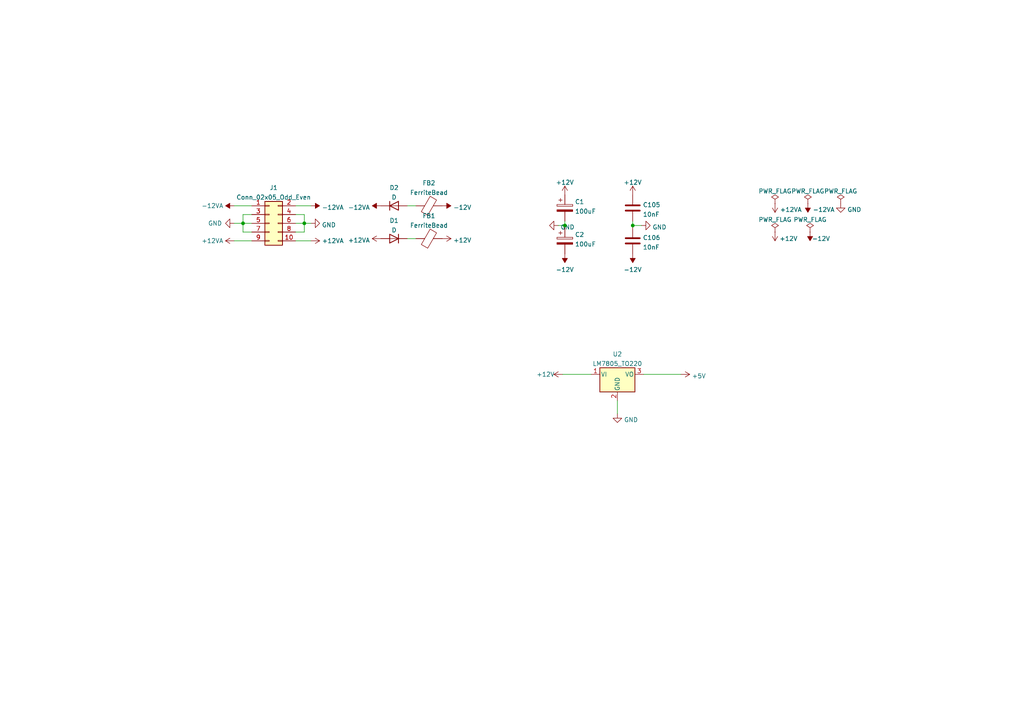
<source format=kicad_sch>
(kicad_sch (version 20211123) (generator eeschema)
  (paper "A4")
  (lib_symbols
    (symbol "Connector_Generic:Conn_02x05_Odd_Even" (pin_names (offset 1.016) hide)
      (property "Reference" "J" (at 1.27 7.62 0))
      (property "Value" "Conn_02x05_Odd_Even" (at 1.27 -7.62 0))
      (symbol "Conn_02x05_Odd_Even_1_1"
        (rectangle (start -1.27 -4.953) (end 0 -5.207) (stroke (width 0.1524)))
        (rectangle (start -1.27 -2.413) (end 0 -2.667) (stroke (width 0.1524)))
        (rectangle (start -1.27 0.127) (end 0 -0.127) (stroke (width 0.1524)))
        (rectangle (start -1.27 2.667) (end 0 2.413) (stroke (width 0.1524)))
        (rectangle (start -1.27 5.207) (end 0 4.953) (stroke (width 0.1524)))
        (rectangle (start -1.27 6.35) (end 3.81 -6.35) (stroke (width 0.254)) (fill (type background)))
        (rectangle (start 3.81 -4.953) (end 2.54 -5.207) (stroke (width 0.1524)))
        (rectangle (start 3.81 -2.413) (end 2.54 -2.667) (stroke (width 0.1524)))
        (rectangle (start 3.81 0.127) (end 2.54 -0.127) (stroke (width 0.1524)))
        (rectangle (start 3.81 2.667) (end 2.54 2.413) (stroke (width 0.1524)))
        (rectangle (start 3.81 5.207) (end 2.54 4.953) (stroke (width 0.1524)))
        (pin passive line (at -5.08 5.08 0) (length 3.81) (name "Pin_1") (number "1"))
        (pin passive line (at 7.62 -5.08 180) (length 3.81) (name "Pin_10") (number "10"))
        (pin passive line (at 7.62 5.08 180) (length 3.81) (name "Pin_2") (number "2"))
        (pin passive line (at -5.08 2.54 0) (length 3.81) (name "Pin_3") (number "3"))
        (pin passive line (at 7.62 2.54 180) (length 3.81) (name "Pin_4") (number "4"))
        (pin passive line (at -5.08 0 0) (length 3.81) (name "Pin_5") (number "5"))
        (pin passive line (at 7.62 0 180) (length 3.81) (name "Pin_6") (number "6"))
        (pin passive line (at -5.08 -2.54 0) (length 3.81) (name "Pin_7") (number "7"))
        (pin passive line (at 7.62 -2.54 180) (length 3.81) (name "Pin_8") (number "8"))
        (pin passive line (at -5.08 -5.08 0) (length 3.81) (name "Pin_9") (number "9"))
      )
    )
    (symbol "Device:C" (pin_numbers hide) (pin_names (offset 0.254))
      (property "Reference" "C" (at 0.635 2.54 0))
      (property "Value" "C" (at 0.635 -2.54 0))
      (symbol "C_0_1"
        (polyline (pts (xy -2.032 -0.762) (xy 2.032 -0.762)) (stroke (width 0.508)))
        (polyline (pts (xy -2.032 0.762) (xy 2.032 0.762)) (stroke (width 0.508)))
      )
      (symbol "C_1_1"
        (pin passive line (at 0 3.81 270) (length 2.794) (name "~") (number "1"))
        (pin passive line (at 0 -3.81 90) (length 2.794) (name "~") (number "2"))
      )
    )
    (symbol "Device:C_Polarized" (pin_numbers hide) (pin_names (offset 0.254))
      (property "Reference" "C" (at 0.635 2.54 0))
      (property "Value" "C_Polarized" (at 0.635 -2.54 0))
      (symbol "C_Polarized_0_1"
        (rectangle (start -2.286 0.508) (end 2.286 1.016))
        (polyline (pts (xy -1.778 2.286) (xy -0.762 2.286)))
        (polyline (pts (xy -1.27 2.794) (xy -1.27 1.778)))
        (rectangle (start 2.286 -0.508) (end -2.286 -1.016) (fill (type outline)))
      )
      (symbol "C_Polarized_1_1"
        (pin passive line (at 0 3.81 270) (length 2.794) (name "~") (number "1"))
        (pin passive line (at 0 -3.81 90) (length 2.794) (name "~") (number "2"))
      )
    )
    (symbol "Device:D" (pin_numbers hide) (pin_names (offset 1.016) hide)
      (property "Reference" "D" (at 0 2.54 0))
      (property "Value" "D" (at 0 -2.54 0))
      (symbol "D_0_1"
        (polyline (pts (xy -1.27 1.27) (xy -1.27 -1.27)) (stroke (width 0.254)))
        (polyline (pts (xy 1.27 0) (xy -1.27 0)))
        (polyline (pts (xy 1.27 1.27) (xy 1.27 -1.27) (xy -1.27 0) (xy 1.27 1.27)) (stroke (width 0.254)))
      )
      (symbol "D_1_1"
        (pin passive line (at -3.81 0 0) (length 2.54) (name "K") (number "1"))
        (pin passive line (at 3.81 0 180) (length 2.54) (name "A") (number "2"))
      )
    )
    (symbol "Device:FerriteBead" (pin_numbers hide) (pin_names (offset 0))
      (property "Reference" "FB" (at -3.81 0.635 90))
      (property "Value" "FerriteBead" (at 3.81 0 90))
      (symbol "FerriteBead_0_1"
        (polyline (pts (xy 0 -1.27) (xy 0 -1.2192)))
        (polyline (pts (xy 0 1.27) (xy 0 1.2954)))
        (polyline (pts (xy -2.7686 0.4064) (xy -1.7018 2.2606) (xy 2.7686 -0.3048) (xy 1.6764 -2.159) (xy -2.7686 0.4064)))
      )
      (symbol "FerriteBead_1_1"
        (pin passive line (at 0 3.81 270) (length 2.54) (name "~") (number "1"))
        (pin passive line (at 0 -3.81 90) (length 2.54) (name "~") (number "2"))
      )
    )
    (symbol "Regulator_Linear:LM7805_TO220" (pin_names (offset 0.254))
      (property "Reference" "U" (at -3.81 3.175 0))
      (property "Value" "LM7805_TO220" (at 0 3.175 0))
      (symbol "LM7805_TO220_0_1"
        (rectangle (start -5.08 1.905) (end 5.08 -5.08) (stroke (width 0.254)) (fill (type background)))
      )
      (symbol "LM7805_TO220_1_1"
        (pin power_in line (at -7.62 0 0) (length 2.54) (name "VI") (number "1"))
        (pin power_in line (at 0 -7.62 90) (length 2.54) (name "GND") (number "2"))
        (pin power_out line (at 7.62 0 180) (length 2.54) (name "VO") (number "3"))
      )
    )
    (symbol "power:+12V" (power) (pin_names (offset 0))
      (property "Value" "+12V" (at 0 3.556 0))
      (symbol "+12V_0_1"
        (polyline (pts (xy -0.762 1.27) (xy 0 2.54)))
        (polyline (pts (xy 0 0) (xy 0 2.54)))
        (polyline (pts (xy 0 2.54) (xy 0.762 1.27)))
      )
      (symbol "+12V_1_1"
        (pin power_in line (at 0 0 90) (length 0) hide (name "+12V") (number "1"))
      )
    )
    (symbol "power:+12VA" (power) (pin_names (offset 0))
      (property "Value" "+12VA" (at 0 3.556 0))
      (symbol "+12VA_0_1"
        (polyline (pts (xy -0.762 1.27) (xy 0 2.54)))
        (polyline (pts (xy 0 0) (xy 0 2.54)))
        (polyline (pts (xy 0 2.54) (xy 0.762 1.27)))
      )
      (symbol "+12VA_1_1"
        (pin power_in line (at 0 0 90) (length 0) hide (name "+12VA") (number "1"))
      )
    )
    (symbol "power:+5V" (power) (pin_names (offset 0))
      (property "Value" "+5V" (at 0 3.556 0))
      (symbol "+5V_0_1"
        (polyline (pts (xy -0.762 1.27) (xy 0 2.54)))
        (polyline (pts (xy 0 0) (xy 0 2.54)))
        (polyline (pts (xy 0 2.54) (xy 0.762 1.27)))
      )
      (symbol "+5V_1_1"
        (pin power_in line (at 0 0 90) (length 0) hide (name "+5V") (number "1"))
      )
    )
    (symbol "power:-12V" (power) (pin_names (offset 0))
      (property "Value" "-12V" (at 0 3.81 0))
      (symbol "-12V_0_0"
        (pin power_in line (at 0 0 90) (length 0) hide (name "-12V") (number "1"))
      )
      (symbol "-12V_0_1"
        (polyline (pts (xy 0 0) (xy 0 1.27) (xy 0.762 1.27) (xy 0 2.54) (xy -0.762 1.27) (xy 0 1.27)) (fill (type outline)))
      )
    )
    (symbol "power:-12VA" (power) (pin_names (offset 0))
      (property "Value" "-12VA" (at 0 3.556 0))
      (symbol "-12VA_0_0"
        (pin power_in line (at 0 0 90) (length 0) hide (name "-12VA") (number "1"))
      )
      (symbol "-12VA_0_1"
        (polyline (pts (xy 0 0) (xy 0 1.27) (xy 0.762 1.27) (xy 0 2.54) (xy -0.762 1.27) (xy 0 1.27)) (fill (type outline)))
      )
    )
    (symbol "power:GND" (power) (pin_names (offset 0))
      (property "Value" "GND" (at 0 -3.81 0))
      (symbol "GND_0_1"
        (polyline (pts (xy 0 0) (xy 0 -1.27) (xy 1.27 -1.27) (xy 0 -2.54) (xy -1.27 -1.27) (xy 0 -1.27)))
      )
      (symbol "GND_1_1"
        (pin power_in line (at 0 0 270) (length 0) hide (name "GND") (number "1"))
      )
    )
    (symbol "power:PWR_FLAG" (power) (pin_numbers hide) (pin_names (offset 0) hide)
      (property "Value" "PWR_FLAG" (at 0 3.81 0))
      (symbol "PWR_FLAG_0_0"
        (pin power_out line (at 0 0 90) (length 0) (name "pwr") (number "1"))
      )
      (symbol "PWR_FLAG_0_1"
        (polyline (pts (xy 0 0) (xy 0 1.27) (xy -1.016 1.905) (xy 0 2.54) (xy 1.016 1.905) (xy 0 1.27)))
      )
    )
  )
  (junction (at 183.515 65.405))
  (junction (at 163.83 65.405))
  (junction (at 88.265 64.77))
  (junction (at 70.485 64.77))
  (wire (pts (xy 118.11 69.215) (xy 120.65 69.215)))
  (wire (pts (xy 70.485 64.77) (xy 73.025 64.77)))
  (wire (pts (xy 70.485 64.77) (xy 70.485 67.31)))
  (wire (pts (xy 179.07 116.205) (xy 179.07 120.015)))
  (wire (pts (xy 88.265 64.77) (xy 90.17 64.77)))
  (wire (pts (xy 163.83 65.405) (xy 163.83 66.04)))
  (wire (pts (xy 161.925 65.405) (xy 163.83 65.405)))
  (wire (pts (xy 67.945 64.77) (xy 70.485 64.77)))
  (wire (pts (xy 70.485 67.31) (xy 73.025 67.31)))
  (wire (pts (xy 88.265 62.23) (xy 88.265 64.77)))
  (wire (pts (xy 186.69 108.585) (xy 197.485 108.585)))
  (wire (pts (xy 163.195 108.585) (xy 171.45 108.585)))
  (wire (pts (xy 183.515 65.405) (xy 186.055 65.405)))
  (wire (pts (xy 163.83 64.135) (xy 163.83 65.405)))
  (wire (pts (xy 183.515 65.405) (xy 183.515 66.04)))
  (wire (pts (xy 73.025 69.85) (xy 67.945 69.85)))
  (wire (pts (xy 88.265 64.77) (xy 88.265 67.31)))
  (wire (pts (xy 73.025 62.23) (xy 70.485 62.23)))
  (wire (pts (xy 70.485 62.23) (xy 70.485 64.77)))
  (wire (pts (xy 85.725 62.23) (xy 88.265 62.23)))
  (wire (pts (xy 85.725 69.85) (xy 90.17 69.85)))
  (wire (pts (xy 88.265 67.31) (xy 85.725 67.31)))
  (wire (pts (xy 118.11 59.69) (xy 120.65 59.69)))
  (wire (pts (xy 67.945 59.69) (xy 73.025 59.69)))
  (wire (pts (xy 85.725 64.77) (xy 88.265 64.77)))
  (wire (pts (xy 85.725 59.69) (xy 90.17 59.69)))
  (wire (pts (xy 183.515 64.135) (xy 183.515 65.405)))
  (symbol (lib_id "power:+12V") (at 183.515 56.515 0) (unit 1)
    (property "Reference" "#PWR022" (effects hide))
    (property "Value" "+12V" (at 183.515 52.9105 0))
  )
  (symbol (lib_id "Device:D") (at 114.3 69.215 180) (unit 1)
    (property "Reference" "D1" (at 114.3 63.9785 0))
    (property "Value" "D" (at 114.3 66.7536 0))
    (property "Footprint" "Diode_THT:D_A-405_P2.54mm_Vertical_KathodeUp" (effects hide))
  )
  (symbol (lib_id "power:+12VA") (at 110.49 69.215 90) (unit 1)
    (property "Reference" "#PWR010" (effects hide))
    (property "Value" "+12VA" (at 107.315 69.694 90) (effects (justify left)))
  )
  (symbol (lib_id "power:+12V") (at 163.195 108.585 90) (unit 1)
    (property "Reference" "#PWR018" (effects hide))
    (property "Value" "+12V" (at 155.575 108.585 90) (effects (justify right)))
  )
  (symbol (lib_id "Connector_Generic:Conn_02x05_Odd_Even") (at 78.105 64.77 0) (unit 1)
    (property "Reference" "J1" (at 79.375 54.4535 0))
    (property "Value" "Conn_02x05_Odd_Even" (at 79.375 57.2286 0))
    (property "Footprint" "Connector_IDC:IDC-Header_2x05_P2.54mm_Vertical" (effects hide))
  )
  (symbol (lib_id "power:PWR_FLAG") (at 243.84 59.055 0) (unit 1)
    (property "Reference" "#FLG05" (effects hide))
    (property "Value" "PWR_FLAG" (at 243.84 55.4505 0))
  )
  (symbol (lib_id "Device:C_Polarized") (at 163.83 69.85 0) (unit 1)
    (property "Reference" "C2" (at 166.751 68.0525 0) (effects (justify left)))
    (property "Value" "100uF" (at 166.751 70.8276 0) (effects (justify left)))
    (property "Footprint" "Capacitor_THT:CP_Radial_D5.0mm_P2.50mm" (effects hide))
  )
  (symbol (lib_id "power:-12VA") (at 110.49 59.69 90) (unit 1)
    (property "Reference" "#PWR09" (effects hide))
    (property "Value" "-12VA" (at 107.315 60.169 90) (effects (justify left)))
  )
  (symbol (lib_id "power:-12VA") (at 234.315 59.055 180) (unit 1)
    (property "Reference" "#PWR028" (effects hide))
    (property "Value" "-12VA" (at 235.712 60.804 0) (effects (justify right)))
  )
  (symbol (lib_id "Device:FerriteBead") (at 124.46 59.69 90) (unit 1)
    (property "Reference" "FB2" (at 124.4092 53.0819 90))
    (property "Value" "FerriteBead" (at 124.4092 55.857 90))
    (property "Footprint" "Inductor_THT:L_Axial_L6.6mm_D2.7mm_P2.54mm_Vertical_Vishay_IM-2" (effects hide))
  )
  (symbol (lib_id "power:+12VA") (at 224.79 59.055 180) (unit 1)
    (property "Reference" "#PWR026" (effects hide))
    (property "Value" "+12VA" (at 226.187 60.804 0) (effects (justify right)))
  )
  (symbol (lib_id "power:-12V") (at 163.83 73.66 180) (unit 1)
    (property "Reference" "#PWR020" (effects hide))
    (property "Value" "-12V" (at 163.83 78.2225 0))
  )
  (symbol (lib_id "power:GND") (at 161.925 65.405 270) (unit 1)
    (property "Reference" "#PWR017" (effects hide))
    (property "Value" "GND" (at 162.56 65.884 90) (effects (justify left)))
  )
  (symbol (lib_id "power:+12V") (at 128.27 69.215 270) (unit 1)
    (property "Reference" "#PWR014" (effects hide))
    (property "Value" "+12V" (at 131.445 69.694 90) (effects (justify left)))
  )
  (symbol (lib_id "power:PWR_FLAG") (at 224.79 59.055 0) (unit 1)
    (property "Reference" "#FLG01" (effects hide))
    (property "Value" "PWR_FLAG" (at 224.79 55.4505 0))
  )
  (symbol (lib_id "power:-12V") (at 234.95 67.31 180) (unit 1)
    (property "Reference" "#PWR029" (effects hide))
    (property "Value" "-12V" (at 238.125 69.215 0))
  )
  (symbol (lib_id "power:PWR_FLAG") (at 234.95 67.31 0) (unit 1)
    (property "Reference" "#FLG04" (effects hide))
    (property "Value" "PWR_FLAG" (at 234.95 63.7055 0))
  )
  (symbol (lib_id "Device:C_Polarized") (at 163.83 60.325 0) (unit 1)
    (property "Reference" "C1" (at 166.751 58.5275 0) (effects (justify left)))
    (property "Value" "100uF" (at 166.751 61.3026 0) (effects (justify left)))
    (property "Footprint" "Capacitor_THT:CP_Radial_D5.0mm_P2.50mm" (effects hide))
  )
  (symbol (lib_id "power:+12V") (at 224.79 67.31 180) (unit 1)
    (property "Reference" "#PWR027" (effects hide))
    (property "Value" "+12V" (at 226.06 69.215 0) (effects (justify right)))
  )
  (symbol (lib_id "power:GND") (at 179.07 120.015 0) (unit 1)
    (property "Reference" "#PWR021" (effects hide))
    (property "Value" "GND" (at 180.975 121.764 0) (effects (justify left)))
  )
  (symbol (lib_id "power:-12V") (at 128.27 59.69 270) (unit 1)
    (property "Reference" "#PWR013" (effects hide))
    (property "Value" "-12V" (at 131.445 60.169 90) (effects (justify left)))
  )
  (symbol (lib_id "Device:C") (at 183.515 60.325 0) (unit 1)
    (property "Reference" "C105" (at 186.436 59.4165 0) (effects (justify left)))
    (property "Value" "10nF" (at 186.436 62.1916 0) (effects (justify left)))
    (property "Footprint" "Capacitor_THT:C_Disc_D6.0mm_W4.4mm_P5.00mm" (effects hide))
  )
  (symbol (lib_id "power:-12VA") (at 67.945 59.69 90) (unit 1)
    (property "Reference" "#PWR01" (effects hide))
    (property "Value" "-12VA" (at 58.42 59.69 90) (effects (justify right)))
  )
  (symbol (lib_id "power:-12V") (at 183.515 73.66 180) (unit 1)
    (property "Reference" "#PWR023" (effects hide))
    (property "Value" "-12V" (at 183.515 78.2225 0))
  )
  (symbol (lib_id "power:+5V") (at 197.485 108.585 270) (unit 1)
    (property "Reference" "#PWR025" (effects hide))
    (property "Value" "+5V" (at 200.66 109.064 90) (effects (justify left)))
  )
  (symbol (lib_id "power:PWR_FLAG") (at 224.79 67.31 0) (unit 1)
    (property "Reference" "#FLG02" (effects hide))
    (property "Value" "PWR_FLAG" (at 224.79 63.7055 0))
  )
  (symbol (lib_id "Device:D") (at 114.3 59.69 0) (unit 1)
    (property "Reference" "D2" (at 114.3 54.4535 0))
    (property "Value" "D" (at 114.3 57.2286 0))
    (property "Footprint" "Diode_THT:D_A-405_P2.54mm_Vertical_KathodeUp" (effects hide))
  )
  (symbol (lib_id "Device:C") (at 183.515 69.85 0) (unit 1)
    (property "Reference" "C106" (at 186.436 68.9415 0) (effects (justify left)))
    (property "Value" "10nF" (at 186.436 71.7166 0) (effects (justify left)))
    (property "Footprint" "Capacitor_THT:C_Disc_D6.0mm_W4.4mm_P5.00mm" (effects hide))
  )
  (symbol (lib_id "power:+12VA") (at 67.945 69.85 90) (unit 1)
    (property "Reference" "#PWR03" (effects hide))
    (property "Value" "+12VA" (at 58.42 69.85 90) (effects (justify right)))
  )
  (symbol (lib_id "power:GND") (at 90.17 64.77 90) (unit 1)
    (property "Reference" "#PWR05" (effects hide))
    (property "Value" "GND" (at 93.345 65.249 90) (effects (justify right)))
  )
  (symbol (lib_id "power:GND") (at 243.84 59.055 0) (unit 1)
    (property "Reference" "#PWR030" (effects hide))
    (property "Value" "GND" (at 245.745 60.804 0) (effects (justify left)))
  )
  (symbol (lib_id "Device:FerriteBead") (at 124.46 69.215 90) (unit 1)
    (property "Reference" "FB1" (at 124.4092 62.6069 90))
    (property "Value" "FerriteBead" (at 124.4092 65.382 90))
    (property "Footprint" "Inductor_THT:L_Axial_L6.6mm_D2.7mm_P2.54mm_Vertical_Vishay_IM-2" (effects hide))
  )
  (symbol (lib_id "power:GND") (at 67.945 64.77 270) (unit 1)
    (property "Reference" "#PWR02" (effects hide))
    (property "Value" "GND" (at 60.325 64.77 90) (effects (justify left)))
  )
  (symbol (lib_id "power:GND") (at 186.055 65.405 90) (unit 1)
    (property "Reference" "#PWR024" (effects hide))
    (property "Value" "GND" (at 189.23 65.884 90) (effects (justify right)))
  )
  (symbol (lib_id "power:+12VA") (at 90.17 69.85 270) (unit 1)
    (property "Reference" "#PWR06" (effects hide))
    (property "Value" "+12VA" (at 93.345 69.85 90) (effects (justify left)))
  )
  (symbol (lib_id "power:-12VA") (at 90.17 59.69 270) (unit 1)
    (property "Reference" "#PWR04" (effects hide))
    (property "Value" "-12VA" (at 93.345 60.169 90) (effects (justify left)))
  )
  (symbol (lib_id "power:PWR_FLAG") (at 234.315 59.055 0) (unit 1)
    (property "Reference" "#FLG03" (effects hide))
    (property "Value" "PWR_FLAG" (at 234.315 55.4505 0))
  )
  (symbol (lib_id "Regulator_Linear:LM7805_TO220") (at 179.07 108.585 0) (unit 1)
    (property "Reference" "U2" (at 179.07 102.7135 0))
    (property "Value" "LM7805_TO220" (at 179.07 105.4886 0))
    (property "Footprint" "Package_TO_SOT_THT:TO-220-3_Vertical" (effects hide))
    (property "Datasheet" "https://www.onsemi.cn/PowerSolutions/document/MC7800-D.PDF" (effects hide))
  )
  (symbol (lib_id "power:+12V") (at 163.83 56.515 0) (unit 1)
    (property "Reference" "#PWR019" (effects hide))
    (property "Value" "+12V" (at 163.83 52.9105 0))
  )
)
</source>
